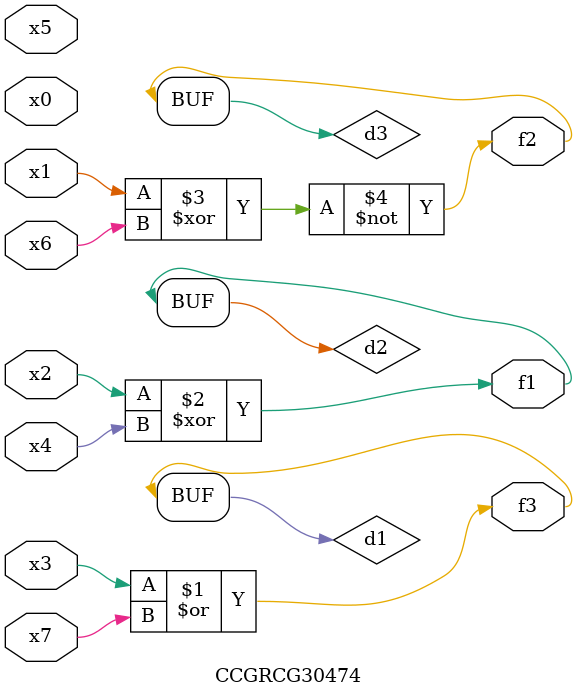
<source format=v>
module CCGRCG30474(
	input x0, x1, x2, x3, x4, x5, x6, x7,
	output f1, f2, f3
);

	wire d1, d2, d3;

	or (d1, x3, x7);
	xor (d2, x2, x4);
	xnor (d3, x1, x6);
	assign f1 = d2;
	assign f2 = d3;
	assign f3 = d1;
endmodule

</source>
